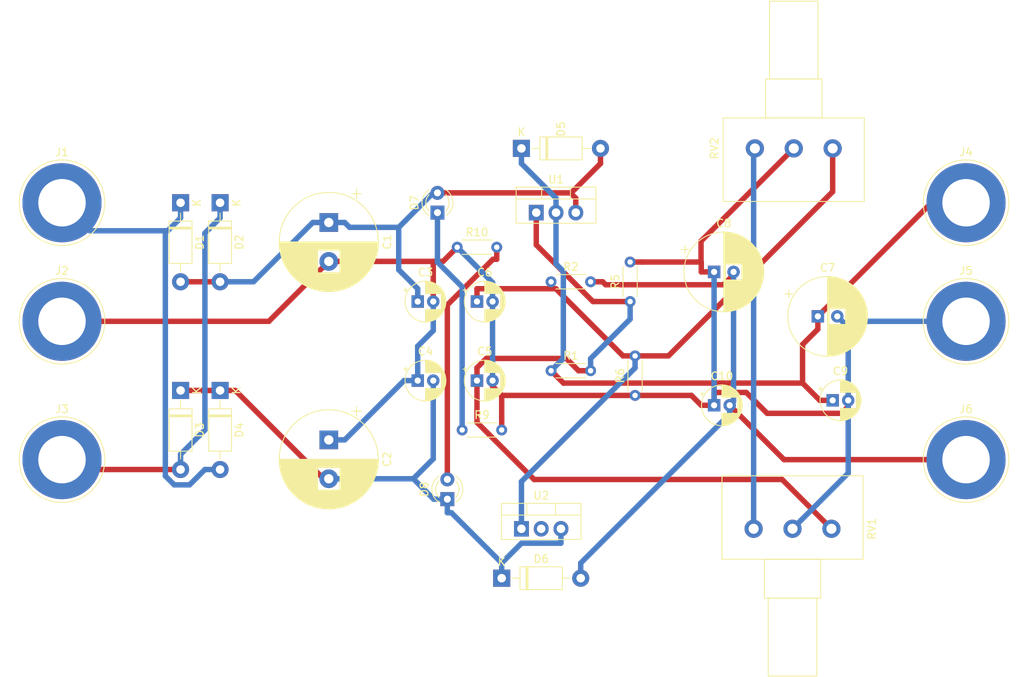
<source format=kicad_pcb>
(kicad_pcb (version 20171130) (host pcbnew "(5.1.9)-1")
  (layers (0 F.Cu signal) (31 B.Cu signal hide) (34 B.Paste user) (35 F.Paste user) (36 B.SilkS user) (37 F.SilkS user) (38 B.Mask user) (39 F.Mask user) (44 Edge.Cuts user))
  (net 0 "")
  (net 1 "Net-(C1-Pad1)")
  (net 2 GND)
  (net 3 "Net-(C2-Pad2)")
  (net 4 "Net-(C5-Pad1)")
  (net 5 "Net-(C6-Pad1)")
  (net 6 "Net-(D1-Pad1)")
  (net 7 "Net-(D2-Pad1)")
  (net 8 "Net-(C7-Pad1)")
  (net 9 "Net-(C10-Pad2)")
  (net 10 "Net-(D7-Pad1)")
  (net 11 "Net-(D8-Pad2)")
  (net 12 "Net-(RV1-Pad1)")
  (module Package_TO_SOT_THT:TO-220-3_Vertical (layer F.Cu) (at 135.255 78.74)
    (fp_text reference U2 (at 2.54 -4.27) (layer F.SilkS))
    (fp_text value LM337L_TO92)
    (pad 3 thru_hole oval (at 5.08 0) (size 1.905 2) (drill 1.1) (layers *.Cu *.Mask) (net 3 "Net-(C2-Pad2)"))
    (pad 2 thru_hole oval (at 2.54 0) (size 1.905 2) (drill 1.1) (layers *.Cu *.Mask))
    (pad 1 thru_hole rect (at 0 0) (size 1.905 2) (drill 1.1) (layers *.Cu *.Mask) (net 5 "Net-(C6-Pad1)"))
  )
  (module Package_TO_SOT_THT:TO-220-3_Vertical (layer F.Cu) (at 137.16 38.1)
    (fp_text reference U1 (at 2.54 -4.27) (layer F.SilkS))
    (fp_text value LM317L_TO92)
    (pad 3 thru_hole oval (at 5.08 0) (size 1.905 2) (drill 1.1) (layers *.Cu *.Mask) (net 1 "Net-(C1-Pad1)"))
    (pad 2 thru_hole oval (at 2.54 0) (size 1.905 2) (drill 1.1) (layers *.Cu *.Mask) (net 8 "Net-(C7-Pad1)"))
    (pad 1 thru_hole rect (at 0 0) (size 1.905 2) (drill 1.1) (layers *.Cu *.Mask) (net 4 "Net-(C5-Pad1)"))
  )
  (module Potentiometer_THT:Potentiometer_Alps_RK163_Single_Horizontal (layer F.Cu) (at 175.26 29.845 90)
    (fp_text reference RV2 (at 0 -15.2 90) (layer F.SilkS))
    (fp_text value R_POT)
    (pad 1 thru_hole circle (at 0 0 90) (size 2.34 2.34) (drill 1.3) (layers *.Cu *.Mask) (net 5 "Net-(C6-Pad1)"))
    (pad 2 thru_hole circle (at 0 -5 90) (size 2.34 2.34) (drill 1.3) (layers *.Cu *.Mask) (net 2 GND))
    (pad 3 thru_hole circle (at 0 -10 90) (size 2.34 2.34) (drill 1.3) (layers *.Cu *.Mask) (net 12 "Net-(RV1-Pad1)"))
  )
  (module Potentiometer_THT:Potentiometer_Alps_RK163_Single_Horizontal (layer F.Cu) (at 165.1 78.74 270)
    (fp_text reference RV1 (at 0 -15.2 90) (layer F.SilkS))
    (fp_text value R_POT)
    (pad 1 thru_hole circle (at 0 0 270) (size 2.34 2.34) (drill 1.3) (layers *.Cu *.Mask) (net 12 "Net-(RV1-Pad1)"))
    (pad 2 thru_hole circle (at 0 -5 270) (size 2.34 2.34) (drill 1.3) (layers *.Cu *.Mask) (net 2 GND))
    (pad 3 thru_hole circle (at 0 -10 270) (size 2.34 2.34) (drill 1.3) (layers *.Cu *.Mask) (net 4 "Net-(C5-Pad1)"))
  )
  (module Capacitor_THT:CP_Radial_D5.0mm_P2.00mm (layer F.Cu) (at 160.02 62.865)
    (fp_text reference C10 (at 1 -3.75) (layer F.SilkS))
    (fp_text value 1μ)
    (pad 2 thru_hole circle (at 2 0) (size 1.6 1.6) (drill 0.8) (layers *.Cu *.Mask) (net 9 "Net-(C10-Pad2)"))
    (pad 1 thru_hole rect (at 0 0) (size 1.6 1.6) (drill 0.8) (layers *.Cu *.Mask) (net 2 GND))
  )
  (module Capacitor_THT:CP_Radial_D5.0mm_P2.00mm (layer F.Cu) (at 175.26 62.23)
    (fp_text reference C9 (at 1 -3.75) (layer F.SilkS))
    (fp_text value 1μ)
    (pad 2 thru_hole circle (at 2 0) (size 1.6 1.6) (drill 0.8) (layers *.Cu *.Mask) (net 2 GND))
    (pad 1 thru_hole rect (at 0 0) (size 1.6 1.6) (drill 0.8) (layers *.Cu *.Mask) (net 8 "Net-(C7-Pad1)"))
  )
  (module Capacitor_THT:CP_Radial_D10.0mm_P2.50mm (layer F.Cu) (at 160.02 45.72)
    (fp_text reference C8 (at 1.25 -6.25 180) (layer F.SilkS))
    (fp_text value 470μ)
    (pad 2 thru_hole circle (at 2.5 0) (size 1.6 1.6) (drill 0.8) (layers *.Cu *.Mask) (net 9 "Net-(C10-Pad2)"))
    (pad 1 thru_hole rect (at 0 0) (size 1.6 1.6) (drill 0.8) (layers *.Cu *.Mask) (net 2 GND))
  )
  (module Capacitor_THT:CP_Radial_D10.0mm_P2.50mm (layer F.Cu) (at 173.355 51.435)
    (fp_text reference C7 (at 1.25 -6.25 180) (layer F.SilkS))
    (fp_text value 470μ)
    (pad 2 thru_hole circle (at 2.5 0) (size 1.6 1.6) (drill 0.8) (layers *.Cu *.Mask) (net 2 GND))
    (pad 1 thru_hole rect (at 0 0) (size 1.6 1.6) (drill 0.8) (layers *.Cu *.Mask) (net 8 "Net-(C7-Pad1)"))
  )
  (module Capacitor_THT:CP_Radial_D5.0mm_P2.00mm (layer F.Cu) (at 129.54 49.53)
    (fp_text reference C6 (at 1 -3.75) (layer F.SilkS))
    (fp_text value 10μ)
    (pad 2 thru_hole circle (at 2 0) (size 1.6 1.6) (drill 0.8) (layers *.Cu *.Mask) (net 2 GND))
    (pad 1 thru_hole rect (at 0 0) (size 1.6 1.6) (drill 0.8) (layers *.Cu *.Mask) (net 5 "Net-(C6-Pad1)"))
  )
  (module Capacitor_THT:CP_Radial_D5.0mm_P2.00mm (layer F.Cu) (at 129.54 59.69)
    (fp_text reference C5 (at 1 -3.75) (layer F.SilkS))
    (fp_text value 1μ)
    (pad 2 thru_hole circle (at 2 0) (size 1.6 1.6) (drill 0.8) (layers *.Cu *.Mask) (net 2 GND))
    (pad 1 thru_hole rect (at 0 0) (size 1.6 1.6) (drill 0.8) (layers *.Cu *.Mask) (net 4 "Net-(C5-Pad1)"))
  )
  (module Capacitor_THT:CP_Radial_D5.0mm_P2.00mm (layer F.Cu) (at 121.92 59.69)
    (fp_text reference C4 (at 1 -3.75) (layer F.SilkS))
    (fp_text value 1μ)
    (pad 2 thru_hole circle (at 2 0) (size 1.6 1.6) (drill 0.8) (layers *.Cu *.Mask) (net 3 "Net-(C2-Pad2)"))
    (pad 1 thru_hole rect (at 0 0) (size 1.6 1.6) (drill 0.8) (layers *.Cu *.Mask) (net 2 GND))
  )
  (module Resistor_THT:R_Axial_DIN0204_L3.6mm_D1.6mm_P5.08mm_Horizontal (layer F.Cu) (at 127 42.545)
    (fp_text reference R10 (at 2.54 -1.92) (layer F.SilkS))
    (fp_text value 2k)
    (pad 2 thru_hole oval (at 5.08 0) (size 1.4 1.4) (drill 0.7) (layers *.Cu *.Mask) (net 11 "Net-(D8-Pad2)"))
    (pad 1 thru_hole circle (at 0 0) (size 1.4 1.4) (drill 0.7) (layers *.Cu *.Mask) (net 2 GND))
  )
  (module Resistor_THT:R_Axial_DIN0204_L3.6mm_D1.6mm_P5.08mm_Horizontal (layer F.Cu) (at 127.635 66.04)
    (fp_text reference R9 (at 2.54 -1.92) (layer F.SilkS))
    (fp_text value 2k)
    (pad 2 thru_hole oval (at 5.08 0) (size 1.4 1.4) (drill 0.7) (layers *.Cu *.Mask) (net 2 GND))
    (pad 1 thru_hole circle (at 0 0) (size 1.4 1.4) (drill 0.7) (layers *.Cu *.Mask) (net 10 "Net-(D7-Pad1)"))
  )
  (module Resistor_THT:R_Axial_DIN0204_L3.6mm_D1.6mm_P5.08mm_Horizontal (layer F.Cu) (at 149.86 61.595 90)
    (fp_text reference R6 (at 2.54 -1.92 270) (layer F.SilkS))
    (fp_text value 12k)
    (pad 2 thru_hole oval (at 5.08 0 90) (size 1.4 1.4) (drill 0.7) (layers *.Cu *.Mask) (net 5 "Net-(C6-Pad1)"))
    (pad 1 thru_hole circle (at 0 0 90) (size 1.4 1.4) (drill 0.7) (layers *.Cu *.Mask) (net 2 GND))
  )
  (module Resistor_THT:R_Axial_DIN0204_L3.6mm_D1.6mm_P5.08mm_Horizontal (layer F.Cu) (at 149.225 49.53 90)
    (fp_text reference R5 (at 2.54 -1.92 270) (layer F.SilkS))
    (fp_text value 12k)
    (pad 2 thru_hole oval (at 5.08 0 90) (size 1.4 1.4) (drill 0.7) (layers *.Cu *.Mask) (net 2 GND))
    (pad 1 thru_hole circle (at 0 0 90) (size 1.4 1.4) (drill 0.7) (layers *.Cu *.Mask) (net 4 "Net-(C5-Pad1)"))
  )
  (module Resistor_THT:R_Axial_DIN0204_L3.6mm_D1.6mm_P5.08mm_Horizontal (layer F.Cu) (at 139.065 46.99)
    (fp_text reference R2 (at 2.54 -1.92) (layer F.SilkS))
    (fp_text value 240)
    (pad 2 thru_hole oval (at 5.08 0) (size 1.4 1.4) (drill 0.7) (layers *.Cu *.Mask) (net 9 "Net-(C10-Pad2)"))
    (pad 1 thru_hole circle (at 0 0) (size 1.4 1.4) (drill 0.7) (layers *.Cu *.Mask) (net 5 "Net-(C6-Pad1)"))
  )
  (module Resistor_THT:R_Axial_DIN0204_L3.6mm_D1.6mm_P5.08mm_Horizontal (layer F.Cu) (at 139.065 58.42)
    (fp_text reference R1 (at 2.54 -1.92) (layer F.SilkS))
    (fp_text value 240)
    (pad 2 thru_hole oval (at 5.08 0) (size 1.4 1.4) (drill 0.7) (layers *.Cu *.Mask) (net 4 "Net-(C5-Pad1)"))
    (pad 1 thru_hole circle (at 0 0) (size 1.4 1.4) (drill 0.7) (layers *.Cu *.Mask) (net 8 "Net-(C7-Pad1)"))
  )
  (module Connector:Banana_Jack_1Pin (layer F.Cu) (at 192.405 69.85)
    (fp_text reference J6 (at 0 -6.5) (layer F.SilkS))
    (fp_text value Conn_01x01_Female)
    (pad 1 thru_hole circle (at 0 0) (size 10.16 10.16) (drill 6.1) (layers *.Cu *.Mask) (net 9 "Net-(C10-Pad2)"))
  )
  (module Connector:Banana_Jack_1Pin (layer F.Cu) (at 192.405 52.07)
    (fp_text reference J5 (at 0 -6.5) (layer F.SilkS))
    (fp_text value Conn_01x01_Female)
    (pad 1 thru_hole circle (at 0 0) (size 10.16 10.16) (drill 6.1) (layers *.Cu *.Mask) (net 2 GND))
  )
  (module Connector:Banana_Jack_1Pin (layer F.Cu) (at 192.405 36.83)
    (fp_text reference J4 (at 0 -6.5) (layer F.SilkS))
    (fp_text value Conn_01x01_Female)
    (pad 1 thru_hole circle (at 0 0) (size 10.16 10.16) (drill 6.1) (layers *.Cu *.Mask) (net 8 "Net-(C7-Pad1)"))
  )
  (module Connector:Banana_Jack_1Pin (layer F.Cu) (at 76.2 69.85)
    (fp_text reference J3 (at 0 -6.5) (layer F.SilkS))
    (fp_text value Conn_01x01_Female)
    (pad 1 thru_hole circle (at 0 0) (size 10.16 10.16) (drill 6.1) (layers *.Cu *.Mask) (net 7 "Net-(D2-Pad1)"))
  )
  (module Connector:Banana_Jack_1Pin (layer F.Cu) (at 76.2 52.07)
    (fp_text reference J2 (at 0 -6.5) (layer F.SilkS))
    (fp_text value Conn_01x01_Female)
    (pad 1 thru_hole circle (at 0 0) (size 10.16 10.16) (drill 6.1) (layers *.Cu *.Mask) (net 2 GND))
  )
  (module Connector:Banana_Jack_1Pin (layer F.Cu) (at 76.2 36.83)
    (fp_text reference J1 (at 0 -6.5) (layer F.SilkS))
    (fp_text value Conn_01x01_Female)
    (pad 1 thru_hole circle (at 0 0) (size 10.16 10.16) (drill 6.1) (layers *.Cu *.Mask) (net 6 "Net-(D1-Pad1)"))
  )
  (module LED_THT:LED_D3.0mm (layer F.Cu) (at 125.73 74.93 90)
    (fp_text reference D8 (at 1.27 -2.96 90) (layer F.SilkS))
    (fp_text value LED)
    (pad 2 thru_hole circle (at 2.54 0 90) (size 1.8 1.8) (drill 0.9) (layers *.Cu *.Mask) (net 11 "Net-(D8-Pad2)"))
    (pad 1 thru_hole rect (at 0 0 90) (size 1.8 1.8) (drill 0.9) (layers *.Cu *.Mask) (net 3 "Net-(C2-Pad2)"))
  )
  (module LED_THT:LED_D3.0mm (layer F.Cu) (at 124.46 38.1 90)
    (fp_text reference D7 (at 1.27 -2.96 90) (layer F.SilkS))
    (fp_text value LED)
    (pad 2 thru_hole circle (at 2.54 0 90) (size 1.8 1.8) (drill 0.9) (layers *.Cu *.Mask) (net 1 "Net-(C1-Pad1)"))
    (pad 1 thru_hole rect (at 0 0 90) (size 1.8 1.8) (drill 0.9) (layers *.Cu *.Mask) (net 10 "Net-(D7-Pad1)"))
  )
  (module Diode_THT:D_DO-41_SOD81_P10.16mm_Horizontal (layer F.Cu) (at 132.715 85.09)
    (fp_text reference D6 (at 5.08 -2.47) (layer F.SilkS))
    (fp_text value DIODE)
    (fp_text user K (at 0 -2.1) (layer F.SilkS))
    (pad 2 thru_hole oval (at 10.16 0) (size 2.2 2.2) (drill 1.1) (layers *.Cu *.Mask) (net 9 "Net-(C10-Pad2)"))
    (pad 1 thru_hole rect (at 0 0) (size 2.2 2.2) (drill 1.1) (layers *.Cu *.Mask) (net 3 "Net-(C2-Pad2)"))
  )
  (module Diode_THT:D_DO-41_SOD81_P10.16mm_Horizontal (layer F.Cu) (at 135.255 29.845)
    (fp_text reference D5 (at 5.08 -2.47 90) (layer F.SilkS))
    (fp_text value DIODE)
    (fp_text user K (at 0 -2.1) (layer F.SilkS))
    (pad 2 thru_hole oval (at 10.16 0) (size 2.2 2.2) (drill 1.1) (layers *.Cu *.Mask) (net 1 "Net-(C1-Pad1)"))
    (pad 1 thru_hole rect (at 0 0) (size 2.2 2.2) (drill 1.1) (layers *.Cu *.Mask) (net 8 "Net-(C7-Pad1)"))
  )
  (module Diode_THT:D_DO-41_SOD81_P10.16mm_Horizontal (layer F.Cu) (at 96.52 60.96 270)
    (fp_text reference D4 (at 5.08 -2.47 90) (layer F.SilkS))
    (fp_text value DIODE)
    (fp_text user K (at 0 -2.1 90) (layer F.SilkS))
    (pad 2 thru_hole oval (at 10.16 0 270) (size 2.2 2.2) (drill 1.1) (layers *.Cu *.Mask) (net 6 "Net-(D1-Pad1)"))
    (pad 1 thru_hole rect (at 0 0 270) (size 2.2 2.2) (drill 1.1) (layers *.Cu *.Mask) (net 3 "Net-(C2-Pad2)"))
  )
  (module Diode_THT:D_DO-41_SOD81_P10.16mm_Horizontal (layer F.Cu) (at 91.44 60.96 270)
    (fp_text reference D3 (at 5.08 -2.47 90) (layer F.SilkS))
    (fp_text value DIODE)
    (fp_text user K (at 0 -2.1 90) (layer F.SilkS))
    (pad 2 thru_hole oval (at 10.16 0 270) (size 2.2 2.2) (drill 1.1) (layers *.Cu *.Mask) (net 7 "Net-(D2-Pad1)"))
    (pad 1 thru_hole rect (at 0 0 270) (size 2.2 2.2) (drill 1.1) (layers *.Cu *.Mask) (net 3 "Net-(C2-Pad2)"))
  )
  (module Diode_THT:D_DO-41_SOD81_P10.16mm_Horizontal (layer F.Cu) (at 96.52 36.83 270)
    (fp_text reference D2 (at 5.08 -2.47 90) (layer F.SilkS))
    (fp_text value DIODE)
    (fp_text user K (at 0 -2.1 90) (layer F.SilkS))
    (pad 2 thru_hole oval (at 10.16 0 270) (size 2.2 2.2) (drill 1.1) (layers *.Cu *.Mask) (net 1 "Net-(C1-Pad1)"))
    (pad 1 thru_hole rect (at 0 0 270) (size 2.2 2.2) (drill 1.1) (layers *.Cu *.Mask) (net 7 "Net-(D2-Pad1)"))
  )
  (module Diode_THT:D_DO-41_SOD81_P10.16mm_Horizontal (layer F.Cu) (at 91.44 36.83 270)
    (fp_text reference D1 (at 5.08 -2.47 90) (layer F.SilkS))
    (fp_text value DIODE)
    (fp_text user K (at 0 -2.1 90) (layer F.SilkS))
    (pad 2 thru_hole oval (at 10.16 0 270) (size 2.2 2.2) (drill 1.1) (layers *.Cu *.Mask) (net 1 "Net-(C1-Pad1)"))
    (pad 1 thru_hole rect (at 0 0 270) (size 2.2 2.2) (drill 1.1) (layers *.Cu *.Mask) (net 6 "Net-(D1-Pad1)"))
  )
  (module Capacitor_THT:CP_Radial_D5.0mm_P2.00mm (layer F.Cu) (at 121.92 49.53)
    (fp_text reference C3 (at 1 -3.75) (layer F.SilkS))
    (fp_text value 1μ)
    (pad 2 thru_hole circle (at 2 0) (size 1.6 1.6) (drill 0.8) (layers *.Cu *.Mask) (net 2 GND))
    (pad 1 thru_hole rect (at 0 0) (size 1.6 1.6) (drill 0.8) (layers *.Cu *.Mask) (net 1 "Net-(C1-Pad1)"))
  )
  (module Capacitor_THT:CP_Radial_D12.5mm_P5.00mm (layer F.Cu) (at 110.49 67.31 270)
    (fp_text reference C2 (at 2.5 -7.5 90) (layer F.SilkS))
    (fp_text value 2200μ)
    (pad 2 thru_hole circle (at 5 0 270) (size 2.4 2.4) (drill 1.2) (layers *.Cu *.Mask) (net 3 "Net-(C2-Pad2)"))
    (pad 1 thru_hole rect (at 0 0 270) (size 2.4 2.4) (drill 1.2) (layers *.Cu *.Mask) (net 2 GND))
  )
  (module Capacitor_THT:CP_Radial_D12.5mm_P5.00mm (layer F.Cu) (at 110.49 39.37 270)
    (fp_text reference C1 (at 2.5 -7.5 90) (layer F.SilkS))
    (fp_text value 2200μ)
    (pad 2 thru_hole circle (at 5 0 270) (size 2.4 2.4) (drill 1.2) (layers *.Cu *.Mask) (net 2 GND))
    (pad 1 thru_hole rect (at 0 0 270) (size 2.4 2.4) (drill 1.2) (layers *.Cu *.Mask) (net 1 "Net-(C1-Pad1)"))
  )
  (segment (start 141.6003 35.61) (end 142.24 36.2497) (width 0.7) (layer F.Cu) (net 1))
  (segment (start 124.46 35.56) (end 141.5503 35.56) (width 0.7) (layer F.Cu) (net 1))
  (segment (start 141.5503 35.56) (end 141.6003 35.61) (width 0.7) (layer F.Cu) (net 1))
  (segment (start 145.415 31.7953) (end 141.6003 35.61) (width 0.7) (layer F.Cu) (net 1))
  (segment (start 145.415 29.845) (end 145.415 31.7953) (width 0.7) (layer F.Cu) (net 1))
  (segment (start 142.24 38.1) (end 142.24 36.2497) (width 0.7) (layer F.Cu) (net 1))
  (segment (start 119.4801 39.9929) (end 119.4801 45.4398) (width 0.7) (layer B.Cu) (net 1))
  (segment (start 119.4801 45.4398) (end 121.92 47.8797) (width 0.7) (layer B.Cu) (net 1))
  (segment (start 124.46 35.56) (end 123.913 35.56) (width 0.7) (layer B.Cu) (net 1))
  (segment (start 123.913 35.56) (end 119.4801 39.9929) (width 0.7) (layer B.Cu) (net 1))
  (segment (start 119.4801 39.9929) (end 113.1632 39.9929) (width 0.7) (layer B.Cu) (net 1))
  (segment (start 113.1632 39.9929) (end 112.5403 39.37) (width 0.7) (layer B.Cu) (net 1))
  (segment (start 110.49 39.37) (end 108.4397 39.37) (width 0.7) (layer B.Cu) (net 1))
  (segment (start 96.52 46.99) (end 100.8197 46.99) (width 0.7) (layer B.Cu) (net 1))
  (segment (start 100.8197 46.99) (end 108.4397 39.37) (width 0.7) (layer B.Cu) (net 1))
  (segment (start 91.44 46.99) (end 96.52 46.99) (width 0.7) (layer F.Cu) (net 1))
  (segment (start 121.92 49.53) (end 121.92 47.8797) (width 0.7) (layer B.Cu) (net 1))
  (segment (start 110.49 39.37) (end 112.5403 39.37) (width 0.7) (layer B.Cu) (net 1))
  (segment (start 177.26 62.23) (end 177.26 63.0362) (width 0.7) (layer F.Cu) (net 2))
  (segment (start 177.26 63.0362) (end 176.3979 63.8983) (width 0.7) (layer F.Cu) (net 2))
  (segment (start 176.3979 63.8983) (end 166.8331 63.8983) (width 0.7) (layer F.Cu) (net 2))
  (segment (start 166.8331 63.8983) (end 164.1495 61.2147) (width 0.7) (layer F.Cu) (net 2))
  (segment (start 164.1495 61.2147) (end 160.02 61.2147) (width 0.7) (layer F.Cu) (net 2))
  (segment (start 160.02 45.72) (end 158.3697 45.72) (width 0.7) (layer F.Cu) (net 2))
  (segment (start 158.3389 44.45) (end 158.3389 41.7661) (width 0.7) (layer F.Cu) (net 2))
  (segment (start 158.3389 41.7661) (end 170.26 29.845) (width 0.7) (layer F.Cu) (net 2))
  (segment (start 158.3697 45.72) (end 158.3697 44.4808) (width 0.7) (layer F.Cu) (net 2))
  (segment (start 158.3697 44.4808) (end 158.3389 44.45) (width 0.7) (layer F.Cu) (net 2))
  (segment (start 158.3389 44.45) (end 150.7753 44.45) (width 0.7) (layer F.Cu) (net 2))
  (segment (start 149.225 44.45) (end 150.7753 44.45) (width 0.7) (layer F.Cu) (net 2))
  (segment (start 123.92 49.53) (end 123.92 53.2672) (width 0.7) (layer B.Cu) (net 2))
  (segment (start 123.92 53.2672) (end 121.92 55.2672) (width 0.7) (layer B.Cu) (net 2))
  (segment (start 121.92 55.2672) (end 121.92 59.69) (width 0.7) (layer B.Cu) (net 2))
  (segment (start 177.26 52.84) (end 177.26 62.23) (width 0.7) (layer B.Cu) (net 2))
  (segment (start 175.855 51.435) (end 177.26 52.84) (width 0.7) (layer B.Cu) (net 2))
  (segment (start 192.405 52.07) (end 178.03 52.07) (width 0.7) (layer B.Cu) (net 2))
  (segment (start 178.03 52.07) (end 177.26 52.84) (width 0.7) (layer B.Cu) (net 2))
  (segment (start 160.02 62.865) (end 160.02 61.2147) (width 0.7) (layer F.Cu) (net 2))
  (segment (start 160.02 62.865) (end 160.02 45.72) (width 0.7) (layer B.Cu) (net 2))
  (segment (start 177.26 62.23) (end 177.26 71.58) (width 0.7) (layer B.Cu) (net 2))
  (segment (start 177.26 71.58) (end 170.1 78.74) (width 0.7) (layer B.Cu) (net 2))
  (segment (start 132.715 61.595) (end 149.86 61.595) (width 0.7) (layer F.Cu) (net 2))
  (segment (start 131.54 59.69) (end 131.54 60.42) (width 0.7) (layer F.Cu) (net 2))
  (segment (start 131.54 60.42) (end 132.715 61.595) (width 0.7) (layer F.Cu) (net 2))
  (segment (start 132.715 64.4897) (end 132.715 61.595) (width 0.7) (layer F.Cu) (net 2))
  (segment (start 131.54 59.69) (end 131.54 49.53) (width 0.7) (layer B.Cu) (net 2))
  (segment (start 123.92 44.37) (end 125.175 44.37) (width 0.7) (layer F.Cu) (net 2))
  (segment (start 125.175 44.37) (end 127 42.545) (width 0.7) (layer F.Cu) (net 2))
  (segment (start 110.49 44.37) (end 123.92 44.37) (width 0.7) (layer F.Cu) (net 2))
  (segment (start 123.92 49.53) (end 123.92 44.37) (width 0.7) (layer F.Cu) (net 2))
  (segment (start 127 42.545) (end 131.54 47.085) (width 0.7) (layer B.Cu) (net 2))
  (segment (start 131.54 47.085) (end 131.54 49.53) (width 0.7) (layer B.Cu) (net 2))
  (segment (start 132.715 66.04) (end 132.715 64.4897) (width 0.7) (layer F.Cu) (net 2))
  (segment (start 160.02 62.865) (end 158.3697 62.865) (width 0.7) (layer F.Cu) (net 2))
  (segment (start 149.86 61.595) (end 157.0997 61.595) (width 0.7) (layer F.Cu) (net 2))
  (segment (start 157.0997 61.595) (end 158.3697 62.865) (width 0.7) (layer F.Cu) (net 2))
  (segment (start 76.2 52.07) (end 102.79 52.07) (width 0.7) (layer F.Cu) (net 2))
  (segment (start 102.79 52.07) (end 110.49 44.37) (width 0.7) (layer F.Cu) (net 2))
  (segment (start 110.49 67.31) (end 112.5403 67.31) (width 0.7) (layer B.Cu) (net 2))
  (segment (start 112.5403 67.31) (end 120.1603 59.69) (width 0.7) (layer B.Cu) (net 2))
  (segment (start 120.1603 59.69) (end 121.92 59.69) (width 0.7) (layer B.Cu) (net 2))
  (segment (start 121.3597 72.31) (end 123.9797 74.93) (width 0.7) (layer B.Cu) (net 3))
  (segment (start 110.49 72.31) (end 121.3597 72.31) (width 0.7) (layer B.Cu) (net 3))
  (segment (start 121.3597 72.31) (end 123.92 69.7497) (width 0.7) (layer B.Cu) (net 3))
  (segment (start 123.92 69.7497) (end 123.92 59.69) (width 0.7) (layer B.Cu) (net 3))
  (segment (start 125.73 74.93) (end 123.9797 74.93) (width 0.7) (layer B.Cu) (net 3))
  (segment (start 110.49 72.31) (end 109.8203 72.31) (width 0.7) (layer F.Cu) (net 3))
  (segment (start 109.8203 72.31) (end 98.4703 60.96) (width 0.7) (layer F.Cu) (net 3))
  (segment (start 96.52 60.96) (end 98.4703 60.96) (width 0.7) (layer F.Cu) (net 3))
  (segment (start 140.335 78.74) (end 140.335 80.5903) (width 0.7) (layer B.Cu) (net 3))
  (segment (start 140.335 80.5903) (end 135.2644 80.5903) (width 0.7) (layer B.Cu) (net 3))
  (segment (start 135.2644 80.5903) (end 132.715 83.1397) (width 0.7) (layer B.Cu) (net 3))
  (segment (start 125.73 74.93) (end 125.73 76.6803) (width 0.7) (layer B.Cu) (net 3))
  (segment (start 132.715 85.09) (end 132.715 83.1397) (width 0.7) (layer B.Cu) (net 3))
  (segment (start 132.715 83.1397) (end 126.2556 76.6803) (width 0.7) (layer B.Cu) (net 3))
  (segment (start 126.2556 76.6803) (end 125.73 76.6803) (width 0.7) (layer B.Cu) (net 3))
  (segment (start 91.44 60.96) (end 96.52 60.96) (width 0.7) (layer F.Cu) (net 3))
  (segment (start 144.145 58.42) (end 144.145 56.8697) (width 0.7) (layer B.Cu) (net 4))
  (segment (start 144.145 56.8697) (end 149.225 51.7897) (width 0.7) (layer B.Cu) (net 4))
  (segment (start 149.225 51.7897) (end 149.225 49.53) (width 0.7) (layer B.Cu) (net 4))
  (segment (start 149.225 49.53) (end 144.4464 49.53) (width 0.7) (layer F.Cu) (net 4))
  (segment (start 144.4464 49.53) (end 137.16 42.2436) (width 0.7) (layer F.Cu) (net 4))
  (segment (start 137.16 42.2436) (end 137.16 38.1) (width 0.7) (layer F.Cu) (net 4))
  (segment (start 175.1 78.74) (end 168.7624 72.4024) (width 0.7) (layer F.Cu) (net 4))
  (segment (start 168.7624 72.4024) (end 136.88 72.4024) (width 0.7) (layer F.Cu) (net 4))
  (segment (start 136.88 72.4024) (end 129.54 65.0624) (width 0.7) (layer F.Cu) (net 4))
  (segment (start 129.54 65.0624) (end 129.54 59.69) (width 0.7) (layer F.Cu) (net 4))
  (segment (start 129.54 59.69) (end 129.54 58.0397) (width 0.7) (layer F.Cu) (net 4))
  (segment (start 144.145 58.42) (end 142.5947 58.42) (width 0.7) (layer F.Cu) (net 4))
  (segment (start 142.5947 58.42) (end 141.0183 56.8436) (width 0.7) (layer F.Cu) (net 4))
  (segment (start 141.0183 56.8436) (end 130.7361 56.8436) (width 0.7) (layer F.Cu) (net 4))
  (segment (start 130.7361 56.8436) (end 129.54 58.0397) (width 0.7) (layer F.Cu) (net 4))
  (segment (start 139.065 47.8797) (end 139.065 46.99) (width 0.7) (layer F.Cu) (net 5))
  (segment (start 148.3097 56.515) (end 139.6744 47.8797) (width 0.7) (layer F.Cu) (net 5))
  (segment (start 139.6744 47.8797) (end 139.065 47.8797) (width 0.7) (layer F.Cu) (net 5))
  (segment (start 139.065 47.8797) (end 129.54 47.8797) (width 0.7) (layer F.Cu) (net 5))
  (segment (start 129.54 49.53) (end 129.54 47.8797) (width 0.7) (layer F.Cu) (net 5))
  (segment (start 149.86 56.515) (end 148.3097 56.515) (width 0.7) (layer F.Cu) (net 5))
  (segment (start 175.26 29.845) (end 175.26 35.41) (width 0.7) (layer F.Cu) (net 5))
  (segment (start 175.26 35.41) (end 154.155 56.515) (width 0.7) (layer F.Cu) (net 5))
  (segment (start 154.155 56.515) (end 149.86 56.515) (width 0.7) (layer F.Cu) (net 5))
  (segment (start 149.86 56.515) (end 149.86 58.0653) (width 0.7) (layer B.Cu) (net 5))
  (segment (start 149.86 58.0653) (end 135.255 72.6703) (width 0.7) (layer B.Cu) (net 5))
  (segment (start 135.255 72.6703) (end 135.255 78.74) (width 0.7) (layer B.Cu) (net 5))
  (segment (start 89.4832 40.4337) (end 79.8037 40.4337) (width 0.7) (layer B.Cu) (net 6))
  (segment (start 79.8037 40.4337) (end 76.2 36.83) (width 0.7) (layer B.Cu) (net 6))
  (segment (start 91.44 38.7803) (end 89.7866 40.4337) (width 0.7) (layer B.Cu) (net 6))
  (segment (start 89.7866 40.4337) (end 89.4832 40.4337) (width 0.7) (layer B.Cu) (net 6))
  (segment (start 89.4832 40.4337) (end 89.4832 71.9467) (width 0.7) (layer B.Cu) (net 6))
  (segment (start 89.4832 71.9467) (end 90.6287 73.0922) (width 0.7) (layer B.Cu) (net 6))
  (segment (start 90.6287 73.0922) (end 92.5975 73.0922) (width 0.7) (layer B.Cu) (net 6))
  (segment (start 92.5975 73.0922) (end 94.5697 71.12) (width 0.7) (layer B.Cu) (net 6))
  (segment (start 96.52 71.12) (end 94.5697 71.12) (width 0.7) (layer B.Cu) (net 6))
  (segment (start 91.44 36.83) (end 91.44 38.7803) (width 0.7) (layer B.Cu) (net 6))
  (segment (start 91.44 71.12) (end 91.44 69.1697) (width 0.7) (layer B.Cu) (net 7))
  (segment (start 96.52 36.83) (end 96.52 38.7803) (width 0.7) (layer B.Cu) (net 7))
  (segment (start 96.52 38.7803) (end 94.5697 40.7306) (width 0.7) (layer B.Cu) (net 7))
  (segment (start 94.5697 40.7306) (end 94.5697 66.04) (width 0.7) (layer B.Cu) (net 7))
  (segment (start 94.5697 66.04) (end 91.44 69.1697) (width 0.7) (layer B.Cu) (net 7))
  (segment (start 91.44 71.12) (end 77.47 71.12) (width 0.7) (layer F.Cu) (net 7))
  (segment (start 77.47 71.12) (end 76.2 69.85) (width 0.7) (layer F.Cu) (net 7))
  (segment (start 171.3896 60.0099) (end 140.6549 60.0099) (width 0.7) (layer F.Cu) (net 8))
  (segment (start 140.6549 60.0099) (end 139.065 58.42) (width 0.7) (layer F.Cu) (net 8))
  (segment (start 192.405 36.83) (end 187.96 36.83) (width 0.7) (layer F.Cu) (net 8))
  (segment (start 187.96 36.83) (end 173.355 51.435) (width 0.7) (layer F.Cu) (net 8))
  (segment (start 173.355 51.435) (end 173.355 53.0853) (width 0.7) (layer F.Cu) (net 8))
  (segment (start 171.3896 60.0099) (end 173.6097 62.23) (width 0.7) (layer F.Cu) (net 8))
  (segment (start 171.3896 60.0099) (end 171.3896 55.0507) (width 0.7) (layer F.Cu) (net 8))
  (segment (start 171.3896 55.0507) (end 173.355 53.0853) (width 0.7) (layer F.Cu) (net 8))
  (segment (start 175.26 62.23) (end 173.6097 62.23) (width 0.7) (layer F.Cu) (net 8))
  (segment (start 139.065 58.42) (end 140.6394 56.8456) (width 0.7) (layer B.Cu) (net 8))
  (segment (start 140.6394 56.8456) (end 140.6394 45.6419) (width 0.7) (layer B.Cu) (net 8))
  (segment (start 140.6394 45.6419) (end 139.7 44.7025) (width 0.7) (layer B.Cu) (net 8))
  (segment (start 139.7 44.7025) (end 139.7 38.1) (width 0.7) (layer B.Cu) (net 8))
  (segment (start 135.255 29.845) (end 135.255 31.7953) (width 0.7) (layer B.Cu) (net 8))
  (segment (start 135.255 31.7953) (end 139.7 36.2403) (width 0.7) (layer B.Cu) (net 8))
  (segment (start 139.7 36.2403) (end 139.7 38.1) (width 0.7) (layer B.Cu) (net 8))
  (segment (start 162.02 62.865) (end 169.005 69.85) (width 0.7) (layer F.Cu) (net 9))
  (segment (start 169.005 69.85) (end 192.405 69.85) (width 0.7) (layer F.Cu) (net 9))
  (segment (start 144.145 46.99) (end 145.6953 46.99) (width 0.7) (layer F.Cu) (net 9))
  (segment (start 162.52 45.72) (end 162.52 46.0861) (width 0.7) (layer F.Cu) (net 9))
  (segment (start 162.52 46.0861) (end 161.2357 47.3704) (width 0.7) (layer F.Cu) (net 9))
  (segment (start 161.2357 47.3704) (end 146.0757 47.3704) (width 0.7) (layer F.Cu) (net 9))
  (segment (start 146.0757 47.3704) (end 145.6953 46.99) (width 0.7) (layer F.Cu) (net 9))
  (segment (start 162.02 62.865) (end 162.52 62.365) (width 0.7) (layer B.Cu) (net 9))
  (segment (start 162.52 62.365) (end 162.52 45.72) (width 0.7) (layer B.Cu) (net 9))
  (segment (start 142.875 83.1397) (end 162.02 63.9947) (width 0.7) (layer B.Cu) (net 9))
  (segment (start 162.02 63.9947) (end 162.02 62.865) (width 0.7) (layer B.Cu) (net 9))
  (segment (start 142.875 85.09) (end 142.875 83.1397) (width 0.7) (layer B.Cu) (net 9))
  (segment (start 124.46 38.1) (end 124.46 44.4649) (width 0.7) (layer B.Cu) (net 10))
  (segment (start 124.46 44.4649) (end 127.635 47.6399) (width 0.7) (layer B.Cu) (net 10))
  (segment (start 127.635 47.6399) (end 127.635 66.04) (width 0.7) (layer B.Cu) (net 10))
  (segment (start 132.08 42.545) (end 132.08 44.0953) (width 0.7) (layer F.Cu) (net 11))
  (segment (start 125.73 72.39) (end 125.73 49.9636) (width 0.7) (layer F.Cu) (net 11))
  (segment (start 125.73 49.9636) (end 131.5983 44.0953) (width 0.7) (layer F.Cu) (net 11))
  (segment (start 131.5983 44.0953) (end 132.08 44.0953) (width 0.7) (layer F.Cu) (net 11))
  (segment (start 165.1 78.74) (end 165.1 30.005) (width 0.7) (layer B.Cu) (net 12))
  (segment (start 165.1 30.005) (end 165.26 29.845) (width 0.7) (layer B.Cu) (net 12))
)
</source>
